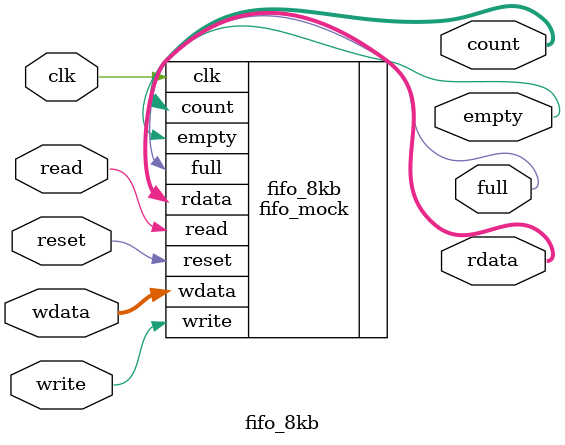
<source format=sv>
module fifo_8kb (
    input clk,
    input reset,

    output empty,
    input read,
    output [7:0] rdata,

    output full,
    input write,
    input [7:0] wdata,

    output logic [10:0] count
);

    fifo_mock #(
        .DEPTH(1024)
    ) fifo_8kb (
        .clk(clk),
        .reset(reset),

        .empty(empty),
        .read(read),
        .rdata(rdata),

        .full(full),
        .write(write),
        .wdata(wdata),

        .count(count)
    );

endmodule

</source>
